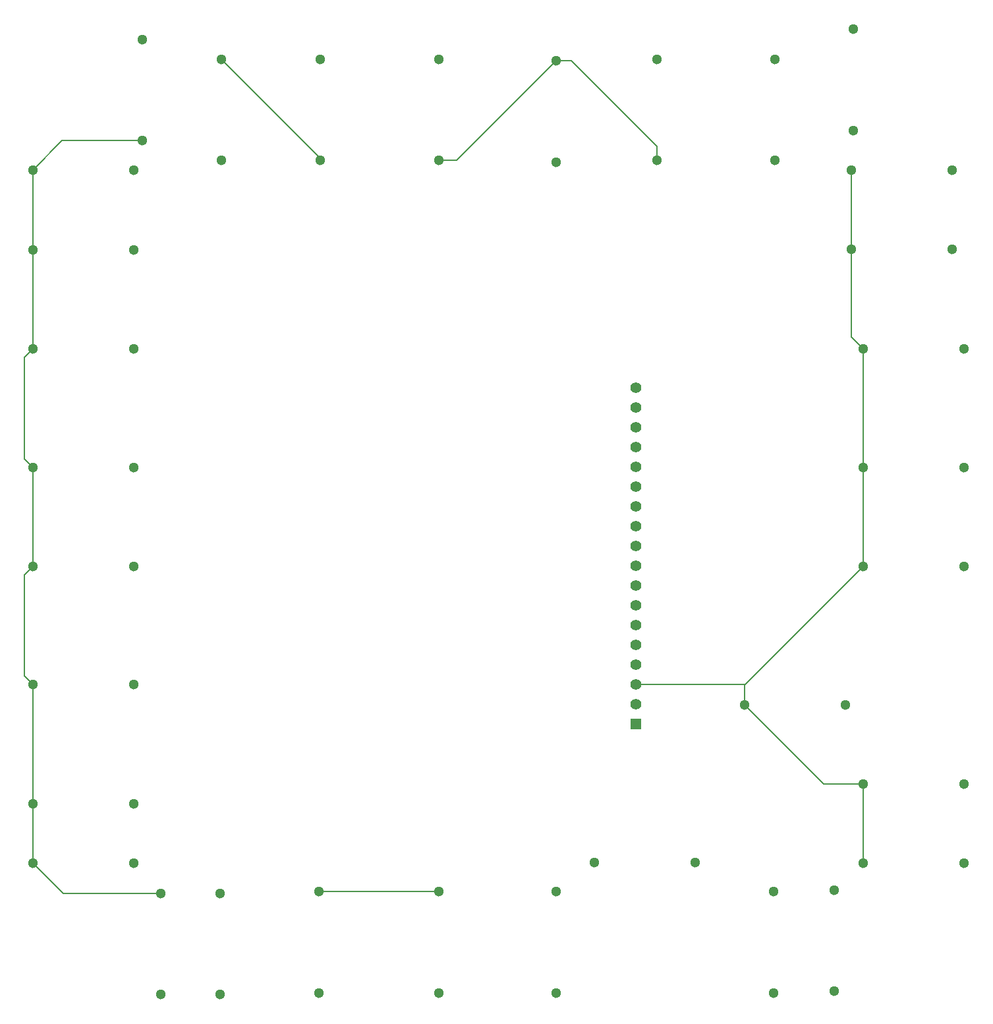
<source format=gbl>
G04 #@! TF.GenerationSoftware,KiCad,Pcbnew,8.0.5*
G04 #@! TF.CreationDate,2024-12-27T19:58:17-05:00*
G04 #@! TF.ProjectId,line_sensor_pcb,6c696e65-5f73-4656-9e73-6f725f706362,rev?*
G04 #@! TF.SameCoordinates,Original*
G04 #@! TF.FileFunction,Copper,L2,Bot*
G04 #@! TF.FilePolarity,Positive*
%FSLAX46Y46*%
G04 Gerber Fmt 4.6, Leading zero omitted, Abs format (unit mm)*
G04 Created by KiCad (PCBNEW 8.0.5) date 2024-12-27 19:58:17*
%MOMM*%
%LPD*%
G01*
G04 APERTURE LIST*
G04 #@! TA.AperFunction,ComponentPad*
%ADD10C,1.300000*%
G04 #@! TD*
G04 #@! TA.AperFunction,ComponentPad*
%ADD11R,1.398000X1.398000*%
G04 #@! TD*
G04 #@! TA.AperFunction,ComponentPad*
%ADD12C,1.398000*%
G04 #@! TD*
G04 #@! TA.AperFunction,Conductor*
%ADD13C,0.200000*%
G04 #@! TD*
G04 APERTURE END LIST*
D10*
X76300000Y-47040000D03*
X76300000Y-34040000D03*
X146000000Y-127100000D03*
X159000000Y-127100000D03*
X106580000Y-140920000D03*
X106580000Y-153920000D03*
X111460000Y-137160000D03*
X124460000Y-137160000D03*
X55780000Y-141140000D03*
X55780000Y-154140000D03*
X39320000Y-71220000D03*
X52320000Y-71220000D03*
X144780000Y-43180000D03*
X144780000Y-30180000D03*
X134520000Y-140920000D03*
X134520000Y-153920000D03*
X53440000Y-44500000D03*
X53440000Y-31500000D03*
X91540000Y-47040000D03*
X91540000Y-34040000D03*
X39320000Y-86460000D03*
X52320000Y-86460000D03*
X39320000Y-58520000D03*
X52320000Y-58520000D03*
X63540000Y-34020000D03*
X63540000Y-47020000D03*
X142280000Y-140700000D03*
X142280000Y-153700000D03*
X146000000Y-86460000D03*
X159000000Y-86460000D03*
X39320000Y-114300000D03*
X52320000Y-114300000D03*
X146000000Y-99160000D03*
X159000000Y-99160000D03*
X106580000Y-34240000D03*
X106580000Y-47240000D03*
X119560000Y-47040000D03*
X119560000Y-34040000D03*
X39320000Y-48260000D03*
X52320000Y-48260000D03*
X144480000Y-48260000D03*
X157480000Y-48260000D03*
X146000000Y-137260000D03*
X159000000Y-137260000D03*
D11*
X116840000Y-119380000D03*
D12*
X116840000Y-116840000D03*
X116840000Y-114300000D03*
X116840000Y-111760000D03*
X116840000Y-109220000D03*
X116840000Y-106680000D03*
X116840000Y-104140000D03*
X116840000Y-101600000D03*
X116840000Y-99060000D03*
X116840000Y-96520000D03*
X116840000Y-93980000D03*
X116840000Y-91440000D03*
X116840000Y-88900000D03*
X116840000Y-86360000D03*
X116840000Y-83820000D03*
X116840000Y-81280000D03*
X116840000Y-78740000D03*
X116840000Y-76200000D03*
D10*
X39320000Y-99160000D03*
X52320000Y-99160000D03*
X134720000Y-47040000D03*
X134720000Y-34040000D03*
X130760000Y-116940000D03*
X143760000Y-116940000D03*
X39320000Y-137260000D03*
X52320000Y-137260000D03*
X144480000Y-58420000D03*
X157480000Y-58420000D03*
X63400000Y-141140000D03*
X63400000Y-154140000D03*
X76100000Y-140920000D03*
X76100000Y-153920000D03*
X91480000Y-140920000D03*
X91480000Y-153920000D03*
X146000000Y-71220000D03*
X159000000Y-71220000D03*
X39320000Y-129640000D03*
X52320000Y-129640000D03*
D13*
X39320000Y-58520000D02*
X39320000Y-71220000D01*
X146000000Y-137260000D02*
X146000000Y-127100000D01*
X93780000Y-47040000D02*
X106580000Y-34240000D01*
X38248400Y-72291600D02*
X39320000Y-71220000D01*
X108529200Y-34240000D02*
X106580000Y-34240000D01*
X144480000Y-48260000D02*
X144480000Y-58420000D01*
X76300000Y-47040000D02*
X76300000Y-46780000D01*
X39320000Y-129640000D02*
X39320000Y-114300000D01*
X39320000Y-99160000D02*
X38248400Y-100231600D01*
X38248400Y-100231600D02*
X38248400Y-113228400D01*
X38248400Y-113228400D02*
X39320000Y-114300000D01*
X39320000Y-137260000D02*
X43200000Y-141140000D01*
X53440000Y-44500000D02*
X43080000Y-44500000D01*
X76100000Y-140920000D02*
X91480000Y-140920000D01*
X43080000Y-44500000D02*
X39320000Y-48260000D01*
X146000000Y-71220000D02*
X146000000Y-86460000D01*
X130660000Y-114300000D02*
X130760000Y-114400000D01*
X116840000Y-114300000D02*
X130660000Y-114300000D01*
X144480000Y-69700000D02*
X146000000Y-71220000D01*
X76300000Y-46780000D02*
X63540000Y-34020000D01*
X43200000Y-141140000D02*
X55780000Y-141140000D01*
X119560000Y-47040000D02*
X119560000Y-45270800D01*
X39320000Y-86460000D02*
X38248400Y-85388400D01*
X140920000Y-127100000D02*
X146000000Y-127100000D01*
X130760000Y-116940000D02*
X140920000Y-127100000D01*
X130760000Y-114400000D02*
X130760000Y-116940000D01*
X119560000Y-45270800D02*
X108529200Y-34240000D01*
X39320000Y-48260000D02*
X39320000Y-58520000D01*
X146000000Y-99160000D02*
X130760000Y-114400000D01*
X146000000Y-99160000D02*
X146000000Y-86460000D01*
X39320000Y-99160000D02*
X39320000Y-86460000D01*
X91540000Y-47040000D02*
X93780000Y-47040000D01*
X39320000Y-137260000D02*
X39320000Y-129640000D01*
X38248400Y-85388400D02*
X38248400Y-72291600D01*
X144480000Y-58420000D02*
X144480000Y-69700000D01*
M02*

</source>
